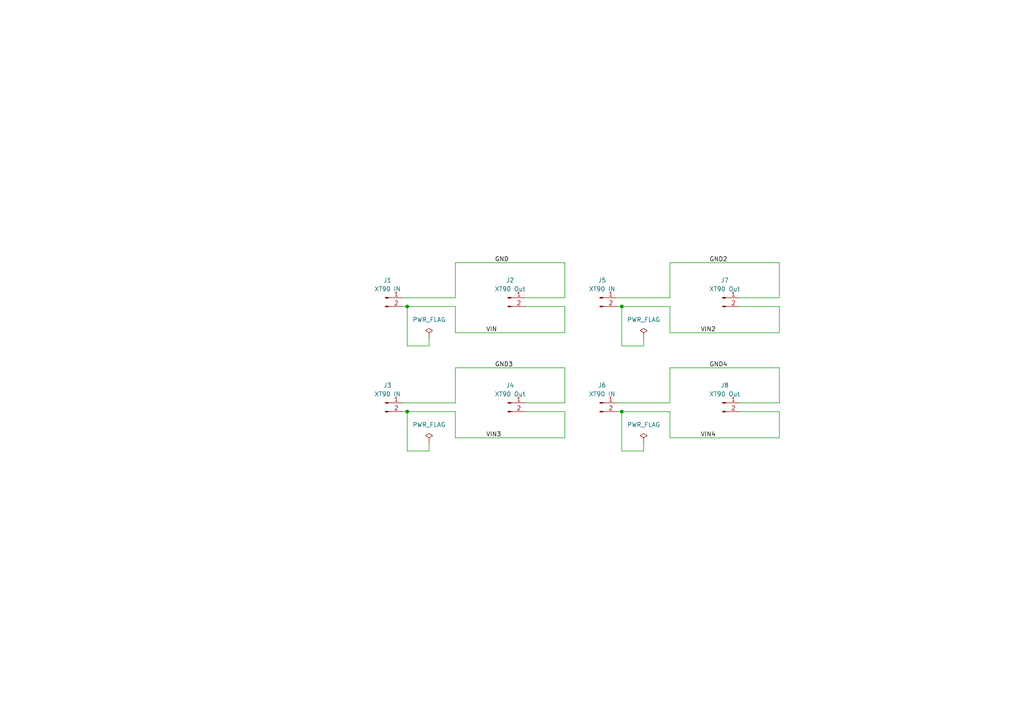
<source format=kicad_sch>
(kicad_sch (version 20211123) (generator eeschema)
  (paper "A4")
  (lib_symbols
    (symbol "Connector:Conn_01x02_Male" (pin_names (offset 1.016) hide)
      (property "Reference" "J" (at 0 2.54 0))
      (property "Value" "Conn_01x02_Male" (at 0 -5.08 0))
      (symbol "Conn_01x02_Male_1_1"
        (polyline (pts (xy 1.27 -2.54) (xy 0.8636 -2.54)) (stroke (width 0.1524)))
        (polyline (pts (xy 1.27 0) (xy 0.8636 0)) (stroke (width 0.1524)))
        (rectangle (start 0.8636 -2.413) (end 0 -2.667) (stroke (width 0.1524)) (fill (type outline)))
        (rectangle (start 0.8636 0.127) (end 0 -0.127) (stroke (width 0.1524)) (fill (type outline)))
        (pin passive line (at 5.08 0 180) (length 3.81) (name "Pin_1") (number "1"))
        (pin passive line (at 5.08 -2.54 180) (length 3.81) (name "Pin_2") (number "2"))
      )
    )
    (symbol "power:PWR_FLAG" (power) (pin_numbers hide) (pin_names (offset 0) hide)
      (property "Value" "PWR_FLAG" (at 0 3.81 0))
      (symbol "PWR_FLAG_0_0"
        (pin power_out line (at 0 0 90) (length 0) (name "pwr") (number "1"))
      )
      (symbol "PWR_FLAG_0_1"
        (polyline (pts (xy 0 0) (xy 0 1.27) (xy -1.016 1.905) (xy 0 2.54) (xy 1.016 1.905) (xy 0 1.27)))
      )
    )
  )
  (junction (at 118.11 119.38))
  (junction (at 118.11 88.9))
  (junction (at 180.34 88.9))
  (junction (at 180.34 119.38))
  (wire (pts (xy 194.31 86.36) (xy 194.31 76.2)))
  (wire (pts (xy 180.34 88.9) (xy 194.31 88.9)))
  (wire (pts (xy 132.08 116.84) (xy 132.08 106.68)))
  (wire (pts (xy 132.08 119.38) (xy 132.08 127)))
  (wire (pts (xy 132.08 96.52) (xy 163.83 96.52)))
  (wire (pts (xy 194.31 119.38) (xy 194.31 127)))
  (wire (pts (xy 118.11 119.38) (xy 118.11 130.81)))
  (wire (pts (xy 132.08 106.68) (xy 163.83 106.68)))
  (wire (pts (xy 163.83 88.9) (xy 152.4 88.9)))
  (wire (pts (xy 226.06 88.9) (xy 214.63 88.9)))
  (wire (pts (xy 226.06 96.52) (xy 226.06 88.9)))
  (wire (pts (xy 163.83 76.2) (xy 163.83 86.36)))
  (wire (pts (xy 194.31 127) (xy 226.06 127)))
  (wire (pts (xy 118.11 100.33) (xy 124.46 100.33)))
  (wire (pts (xy 163.83 116.84) (xy 152.4 116.84)))
  (wire (pts (xy 180.34 119.38) (xy 180.34 130.81)))
  (wire (pts (xy 226.06 86.36) (xy 214.63 86.36)))
  (wire (pts (xy 163.83 106.68) (xy 163.83 116.84)))
  (wire (pts (xy 194.31 76.2) (xy 226.06 76.2)))
  (wire (pts (xy 186.69 100.33) (xy 186.69 97.79)))
  (wire (pts (xy 226.06 106.68) (xy 226.06 116.84)))
  (wire (pts (xy 132.08 86.36) (xy 132.08 76.2)))
  (wire (pts (xy 194.31 88.9) (xy 194.31 96.52)))
  (wire (pts (xy 180.34 130.81) (xy 186.69 130.81)))
  (wire (pts (xy 118.11 88.9) (xy 118.11 100.33)))
  (wire (pts (xy 179.07 119.38) (xy 180.34 119.38)))
  (wire (pts (xy 124.46 100.33) (xy 124.46 97.79)))
  (wire (pts (xy 194.31 96.52) (xy 226.06 96.52)))
  (wire (pts (xy 179.07 88.9) (xy 180.34 88.9)))
  (wire (pts (xy 180.34 119.38) (xy 194.31 119.38)))
  (wire (pts (xy 116.84 86.36) (xy 132.08 86.36)))
  (wire (pts (xy 163.83 127) (xy 163.83 119.38)))
  (wire (pts (xy 116.84 116.84) (xy 132.08 116.84)))
  (wire (pts (xy 226.06 119.38) (xy 214.63 119.38)))
  (wire (pts (xy 179.07 86.36) (xy 194.31 86.36)))
  (wire (pts (xy 163.83 96.52) (xy 163.83 88.9)))
  (wire (pts (xy 226.06 116.84) (xy 214.63 116.84)))
  (wire (pts (xy 180.34 88.9) (xy 180.34 100.33)))
  (wire (pts (xy 194.31 106.68) (xy 226.06 106.68)))
  (wire (pts (xy 180.34 100.33) (xy 186.69 100.33)))
  (wire (pts (xy 163.83 119.38) (xy 152.4 119.38)))
  (wire (pts (xy 116.84 88.9) (xy 118.11 88.9)))
  (wire (pts (xy 118.11 88.9) (xy 132.08 88.9)))
  (wire (pts (xy 132.08 76.2) (xy 163.83 76.2)))
  (wire (pts (xy 194.31 116.84) (xy 194.31 106.68)))
  (wire (pts (xy 226.06 127) (xy 226.06 119.38)))
  (wire (pts (xy 124.46 130.81) (xy 124.46 128.27)))
  (wire (pts (xy 118.11 119.38) (xy 132.08 119.38)))
  (wire (pts (xy 179.07 116.84) (xy 194.31 116.84)))
  (wire (pts (xy 186.69 130.81) (xy 186.69 128.27)))
  (wire (pts (xy 118.11 130.81) (xy 124.46 130.81)))
  (wire (pts (xy 226.06 76.2) (xy 226.06 86.36)))
  (wire (pts (xy 163.83 86.36) (xy 152.4 86.36)))
  (wire (pts (xy 132.08 88.9) (xy 132.08 96.52)))
  (wire (pts (xy 116.84 119.38) (xy 118.11 119.38)))
  (wire (pts (xy 132.08 127) (xy 163.83 127)))
  (label "GND2" (at 205.74 76.2 0))
  (label "VIN2" (at 203.2 96.52 0))
  (label "GND4" (at 205.74 106.68 0))
  (label "VIN" (at 140.97 96.52 0))
  (label "VIN3" (at 140.97 127 0))
  (label "GND" (at 143.51 76.2 0))
  (label "VIN4" (at 203.2 127 0))
  (label "GND3" (at 143.51 106.68 0))
  (symbol (lib_id "Connector:Conn_01x02_Male") (at 173.99 86.36 0) (unit 1)
    (property "Reference" "J5" (at 174.625 81.28 0))
    (property "Value" "XT90 IN" (at 174.625 83.82 0))
    (property "Footprint" "AMASS XT90:AMASS_XT90-M_1x02_P11.00mm_Vertical" (effects hide))
  )
  (symbol (lib_id "Connector:Conn_01x02_Male") (at 111.76 116.84 0) (unit 1)
    (property "Reference" "J3" (at 112.395 111.76 0))
    (property "Value" "XT90 IN" (at 112.395 114.3 0))
    (property "Footprint" "AMASS XT90:AMASS_XT90-M_1x02_P11.00mm_Vertical" (effects hide))
  )
  (symbol (lib_id "power:PWR_FLAG") (at 124.46 97.79 0) (unit 1)
    (property "Reference" "#FLG0101" (effects hide))
    (property "Value" "PWR_FLAG" (at 124.46 92.71 0))
  )
  (symbol (lib_id "power:PWR_FLAG") (at 186.69 128.27 0) (unit 1)
    (property "Reference" "#FLG0103" (effects hide))
    (property "Value" "PWR_FLAG" (at 186.69 123.19 0))
  )
  (symbol (lib_id "Connector:Conn_01x02_Male") (at 209.55 86.36 0) (unit 1)
    (property "Reference" "J7" (at 210.185 81.28 0))
    (property "Value" "XT90 Out" (at 210.185 83.82 0))
    (property "Footprint" "AMASS XT90:AMASS_XT90-M_1x02_P11.00mm_Vertical" (effects hide))
  )
  (symbol (lib_id "Connector:Conn_01x02_Male") (at 147.32 116.84 0) (unit 1)
    (property "Reference" "J4" (at 147.955 111.76 0))
    (property "Value" "XT90 Out" (at 147.955 114.3 0))
    (property "Footprint" "AMASS XT90:AMASS_XT90-M_1x02_P11.00mm_Vertical" (effects hide))
  )
  (symbol (lib_id "Connector:Conn_01x02_Male") (at 173.99 116.84 0) (unit 1)
    (property "Reference" "J6" (at 174.625 111.76 0))
    (property "Value" "XT90 IN" (at 174.625 114.3 0))
    (property "Footprint" "AMASS XT90:AMASS_XT90-M_1x02_P11.00mm_Vertical" (effects hide))
  )
  (symbol (lib_id "power:PWR_FLAG") (at 124.46 128.27 0) (unit 1)
    (property "Reference" "#FLG0104" (effects hide))
    (property "Value" "PWR_FLAG" (at 124.46 123.19 0))
  )
  (symbol (lib_id "Connector:Conn_01x02_Male") (at 209.55 116.84 0) (unit 1)
    (property "Reference" "J8" (at 210.185 111.76 0))
    (property "Value" "XT90 Out" (at 210.185 114.3 0))
    (property "Footprint" "AMASS XT90:AMASS_XT90-M_1x02_P11.00mm_Vertical" (effects hide))
  )
  (symbol (lib_id "Connector:Conn_01x02_Male") (at 111.76 86.36 0) (unit 1)
    (property "Reference" "J1" (at 112.395 81.28 0))
    (property "Value" "XT90 IN" (at 112.395 83.82 0))
    (property "Footprint" "AMASS XT90:AMASS_XT90-M_1x02_P11.00mm_Vertical" (effects hide))
  )
  (symbol (lib_id "power:PWR_FLAG") (at 186.69 97.79 0) (unit 1)
    (property "Reference" "#FLG0102" (effects hide))
    (property "Value" "PWR_FLAG" (at 186.69 92.71 0))
  )
  (symbol (lib_id "Connector:Conn_01x02_Male") (at 147.32 86.36 0) (unit 1)
    (property "Reference" "J2" (at 147.955 81.28 0))
    (property "Value" "XT90 Out" (at 147.955 83.82 0))
    (property "Footprint" "AMASS XT90:AMASS_XT90-M_1x02_P11.00mm_Vertical" (effects hide))
  )
)
</source>
